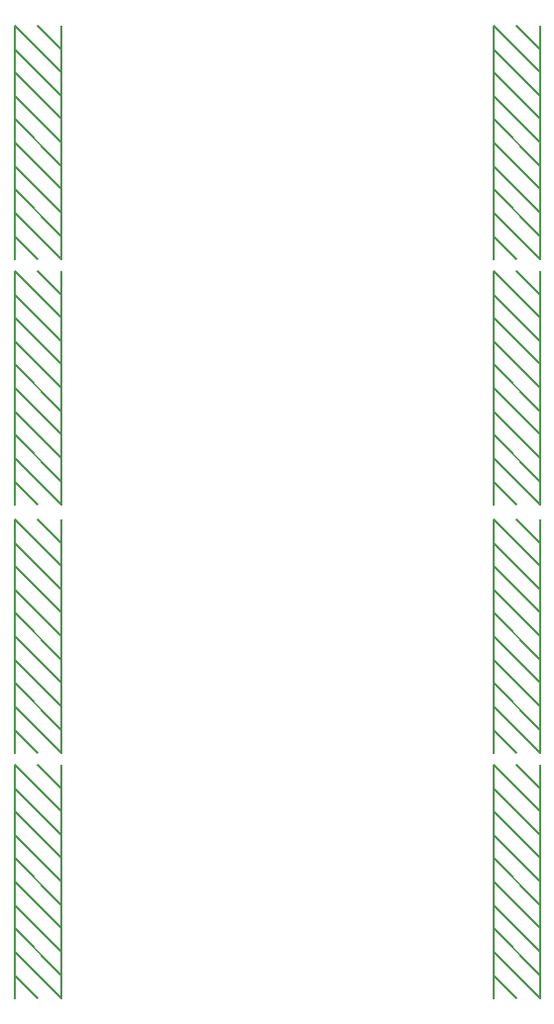
<source format=gbo>
G04 #@! TF.FileFunction,Legend,Bot*
%FSLAX46Y46*%
G04 Gerber Fmt 4.6, Leading zero omitted, Abs format (unit mm)*
G04 Created by KiCad (PCBNEW 0.201603131216+6619~43~ubuntu14.04.1-product) date Do 28 Apr 2016 22:30:15 CEST*
%MOMM*%
G01*
G04 APERTURE LIST*
%ADD10C,0.100000*%
%ADD11C,0.200000*%
%ADD12C,1.159160*%
%ADD13R,2.160000X2.160000*%
%ADD14C,2.160000*%
G04 APERTURE END LIST*
D10*
D11*
X101250000Y-129500000D02*
X105250000Y-133500000D01*
X101250000Y-123500000D02*
X105250000Y-127500000D01*
X101250000Y-113500000D02*
X101250000Y-133500000D01*
X101250000Y-133500000D02*
X101250000Y-113500000D01*
X103250000Y-113500000D02*
X105250000Y-115500000D01*
X101250000Y-131500000D02*
X103250000Y-133500000D01*
X101250000Y-127500000D02*
X105250000Y-131500000D01*
X101250000Y-113500000D02*
X105250000Y-117500000D01*
X101250000Y-125500000D02*
X105250000Y-129500000D01*
X105250000Y-133500000D02*
X105250000Y-113500000D01*
X101250000Y-117500000D02*
X105250000Y-121500000D01*
X105250000Y-119500000D02*
X103250000Y-117500000D01*
X101250000Y-115500000D02*
X105250000Y-119500000D01*
X101250000Y-121500000D02*
X105250000Y-125500000D01*
X101250000Y-119500000D02*
X105250000Y-123500000D01*
X101250000Y-110500000D02*
X103250000Y-112500000D01*
X101250000Y-104500000D02*
X105250000Y-108500000D01*
X101250000Y-106500000D02*
X105250000Y-110500000D01*
X101250000Y-108500000D02*
X105250000Y-112500000D01*
X103250000Y-92500000D02*
X105250000Y-94500000D01*
X105250000Y-98500000D02*
X103250000Y-96500000D01*
X101250000Y-94500000D02*
X105250000Y-98500000D01*
X101250000Y-96500000D02*
X105250000Y-100500000D01*
X101250000Y-92500000D02*
X105250000Y-96500000D01*
X101250000Y-102500000D02*
X105250000Y-106500000D01*
X101250000Y-100500000D02*
X105250000Y-104500000D01*
X101250000Y-98500000D02*
X105250000Y-102500000D01*
X105250000Y-112500000D02*
X105250000Y-92500000D01*
X101250000Y-112500000D02*
X101250000Y-92500000D01*
X101250000Y-92500000D02*
X101250000Y-112500000D01*
X60250000Y-133500000D02*
X60250000Y-113500000D01*
X60250000Y-119500000D02*
X64250000Y-123500000D01*
X60250000Y-121500000D02*
X64250000Y-125500000D01*
X64250000Y-133500000D02*
X64250000Y-113500000D01*
X60250000Y-123500000D02*
X64250000Y-127500000D01*
X60250000Y-113500000D02*
X60250000Y-133500000D01*
X60250000Y-92500000D02*
X60250000Y-112500000D01*
X60250000Y-92500000D02*
X64250000Y-96500000D01*
X62250000Y-92500000D02*
X64250000Y-94500000D01*
X64250000Y-98500000D02*
X62250000Y-96500000D01*
X60250000Y-94500000D02*
X64250000Y-98500000D01*
X64250000Y-112500000D02*
X64250000Y-92500000D01*
X60250000Y-104500000D02*
X64250000Y-108500000D01*
X60250000Y-108500000D02*
X64250000Y-112500000D01*
X60250000Y-110500000D02*
X62250000Y-112500000D01*
X60250000Y-106500000D02*
X64250000Y-110500000D01*
X60250000Y-102500000D02*
X64250000Y-106500000D01*
X60250000Y-100500000D02*
X64250000Y-104500000D01*
X60250000Y-98500000D02*
X64250000Y-102500000D01*
X60250000Y-96500000D02*
X64250000Y-100500000D01*
X60250000Y-112500000D02*
X60250000Y-92500000D01*
X60250000Y-127500000D02*
X64250000Y-131500000D01*
X60250000Y-125500000D02*
X64250000Y-129500000D01*
X60250000Y-129500000D02*
X64250000Y-133500000D01*
X60250000Y-131500000D02*
X62250000Y-133500000D01*
X64250000Y-119500000D02*
X62250000Y-117500000D01*
X60250000Y-117500000D02*
X64250000Y-121500000D01*
X62250000Y-113500000D02*
X64250000Y-115500000D01*
X60250000Y-113500000D02*
X64250000Y-117500000D01*
X60250000Y-115500000D02*
X64250000Y-119500000D01*
X103250000Y-71250000D02*
X105250000Y-73250000D01*
X105250000Y-77250000D02*
X103250000Y-75250000D01*
X101250000Y-71250000D02*
X105250000Y-75250000D01*
X101250000Y-73250000D02*
X105250000Y-77250000D01*
X101250000Y-83250000D02*
X105250000Y-87250000D01*
X101250000Y-87250000D02*
X105250000Y-91250000D01*
X101250000Y-89250000D02*
X103250000Y-91250000D01*
X101250000Y-85250000D02*
X105250000Y-89250000D01*
X60250000Y-91250000D02*
X60250000Y-71250000D01*
X60250000Y-79250000D02*
X64250000Y-83250000D01*
X60250000Y-81250000D02*
X64250000Y-85250000D01*
X60250000Y-71250000D02*
X60250000Y-91250000D01*
X60250000Y-77250000D02*
X64250000Y-81250000D01*
X60250000Y-75250000D02*
X64250000Y-79250000D01*
X64250000Y-91250000D02*
X64250000Y-71250000D01*
X105250000Y-91250000D02*
X105250000Y-71250000D01*
X101250000Y-81250000D02*
X105250000Y-85250000D01*
X101250000Y-75250000D02*
X105250000Y-79250000D01*
X101250000Y-79250000D02*
X105250000Y-83250000D01*
X101250000Y-71250000D02*
X101250000Y-91250000D01*
X101250000Y-91250000D02*
X101250000Y-71250000D01*
X101250000Y-77250000D02*
X105250000Y-81250000D01*
X62250000Y-71250000D02*
X64250000Y-73250000D01*
X60250000Y-71250000D02*
X64250000Y-75250000D01*
X64250000Y-77250000D02*
X62250000Y-75250000D01*
X60250000Y-73250000D02*
X64250000Y-77250000D01*
X60250000Y-85250000D02*
X64250000Y-89250000D01*
X60250000Y-87250000D02*
X64250000Y-91250000D01*
X60250000Y-83250000D02*
X64250000Y-87250000D01*
X60250000Y-89250000D02*
X62250000Y-91250000D01*
X105250000Y-56250000D02*
X103250000Y-54250000D01*
X101250000Y-54250000D02*
X105250000Y-58250000D01*
X101250000Y-50250000D02*
X105250000Y-54250000D01*
X103250000Y-50250000D02*
X105250000Y-52250000D01*
X101250000Y-52250000D02*
X105250000Y-56250000D01*
X101250000Y-56250000D02*
X105250000Y-60250000D01*
X101250000Y-70250000D02*
X101250000Y-50250000D01*
X101250000Y-50250000D02*
X101250000Y-70250000D01*
X101250000Y-58250000D02*
X105250000Y-62250000D01*
X101250000Y-60250000D02*
X105250000Y-64250000D01*
X105250000Y-70250000D02*
X105250000Y-50250000D01*
X101250000Y-64250000D02*
X105250000Y-68250000D01*
X101250000Y-66250000D02*
X105250000Y-70250000D01*
X101250000Y-62250000D02*
X105250000Y-66250000D01*
X101250000Y-68250000D02*
X103250000Y-70250000D01*
X60250000Y-68250000D02*
X62250000Y-70250000D01*
X60250000Y-66250000D02*
X64250000Y-70250000D01*
X60250000Y-64250000D02*
X64250000Y-68250000D01*
X60250000Y-60250000D02*
X64250000Y-64250000D01*
X60250000Y-58250000D02*
X64250000Y-62250000D01*
X60250000Y-56250000D02*
X64250000Y-60250000D01*
X60250000Y-54250000D02*
X64250000Y-58250000D01*
X64250000Y-56250000D02*
X62250000Y-54250000D01*
X60250000Y-52250000D02*
X64250000Y-56250000D01*
X60250000Y-62250000D02*
X64250000Y-66250000D01*
X60250000Y-50250000D02*
X64250000Y-54250000D01*
X62250000Y-50250000D02*
X64250000Y-52250000D01*
X64250000Y-70250000D02*
X64250000Y-50250000D01*
X60250000Y-70250000D02*
X60250000Y-50250000D01*
X60250000Y-50250000D02*
X60250000Y-70250000D01*
%LPC*%
D12*
X45944900Y-121390360D03*
X45944900Y-125789640D03*
D13*
X79250000Y-98690000D03*
D14*
X79250000Y-101230000D03*
X79250000Y-103770000D03*
X79250000Y-106310000D03*
D12*
X86944900Y-100390360D03*
X86944900Y-104789640D03*
D13*
X120250000Y-98690000D03*
D14*
X120250000Y-101230000D03*
X120250000Y-103770000D03*
X120250000Y-106310000D03*
D13*
X79250000Y-119690000D03*
D14*
X79250000Y-122230000D03*
X79250000Y-124770000D03*
X79250000Y-127310000D03*
D12*
X86944900Y-121390360D03*
X86944900Y-125789640D03*
D13*
X120250000Y-119690000D03*
D14*
X120250000Y-122230000D03*
X120250000Y-124770000D03*
X120250000Y-127310000D03*
D12*
X45944900Y-100390360D03*
X45944900Y-104789640D03*
X86944900Y-79140360D03*
X86944900Y-83539640D03*
D13*
X79250000Y-77440000D03*
D14*
X79250000Y-79980000D03*
X79250000Y-82520000D03*
X79250000Y-85060000D03*
D12*
X45944900Y-79140360D03*
X45944900Y-83539640D03*
D13*
X120250000Y-77440000D03*
D14*
X120250000Y-79980000D03*
X120250000Y-82520000D03*
X120250000Y-85060000D03*
D12*
X86944900Y-58140360D03*
X86944900Y-62539640D03*
D13*
X120250000Y-56440000D03*
D14*
X120250000Y-58980000D03*
X120250000Y-61520000D03*
X120250000Y-64060000D03*
D12*
X45944900Y-58140360D03*
X45944900Y-62539640D03*
D13*
X79250000Y-56440000D03*
D14*
X79250000Y-58980000D03*
X79250000Y-61520000D03*
X79250000Y-64060000D03*
M02*

</source>
